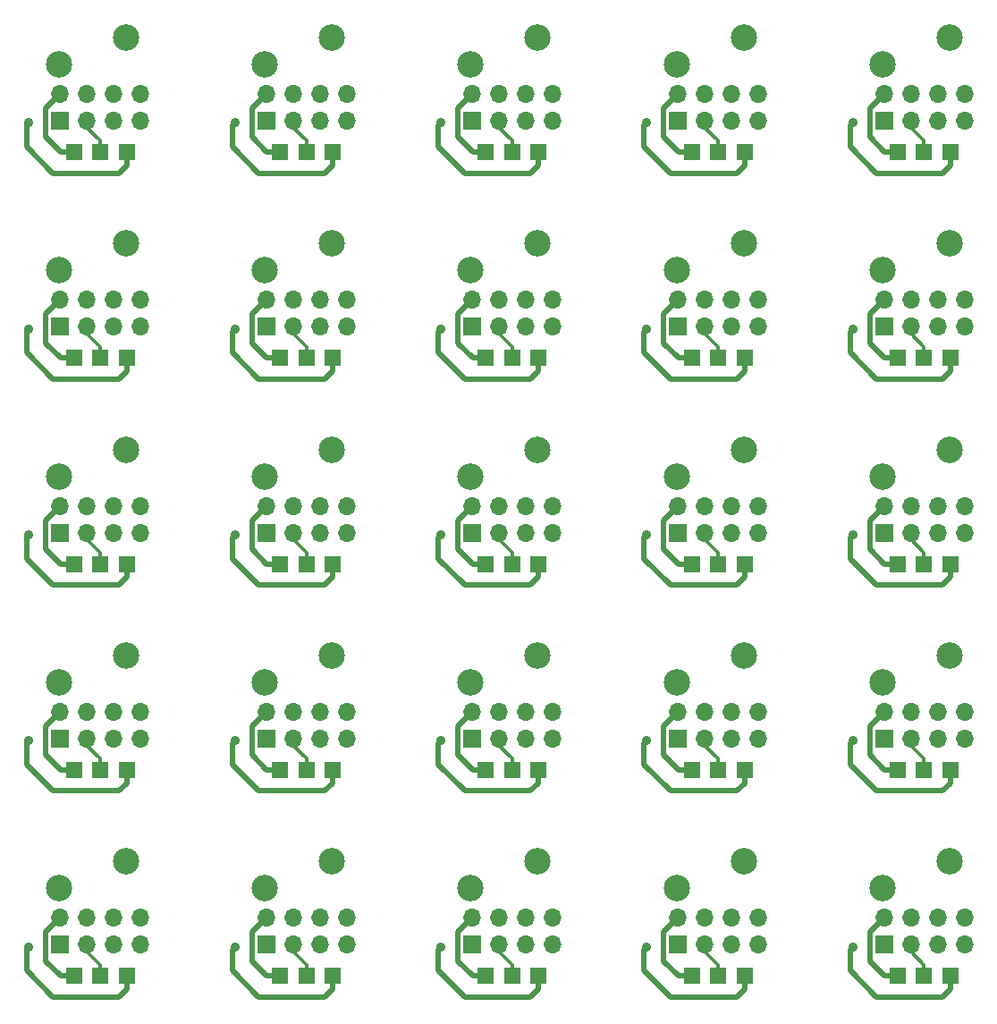
<source format=gtl>
G04 #@! TF.GenerationSoftware,KiCad,Pcbnew,8.0.0-8.0.0-1~ubuntu22.04.1*
G04 #@! TF.CreationDate,2024-03-04T18:16:00+01:00*
G04 #@! TF.ProjectId,1x1_panel,3178315f-7061-46e6-956c-2e6b69636164,rev?*
G04 #@! TF.SameCoordinates,Original*
G04 #@! TF.FileFunction,Copper,L1,Top*
G04 #@! TF.FilePolarity,Positive*
%FSLAX46Y46*%
G04 Gerber Fmt 4.6, Leading zero omitted, Abs format (unit mm)*
G04 Created by KiCad (PCBNEW 8.0.0-8.0.0-1~ubuntu22.04.1) date 2024-03-04 18:16:00*
%MOMM*%
%LPD*%
G01*
G04 APERTURE LIST*
G04 #@! TA.AperFunction,ComponentPad*
%ADD10R,1.700000X1.700000*%
G04 #@! TD*
G04 #@! TA.AperFunction,ComponentPad*
%ADD11O,1.700000X1.700000*%
G04 #@! TD*
G04 #@! TA.AperFunction,SMDPad,CuDef*
%ADD12R,1.500000X1.500000*%
G04 #@! TD*
G04 #@! TA.AperFunction,ComponentPad*
%ADD13C,2.500000*%
G04 #@! TD*
G04 #@! TA.AperFunction,ViaPad*
%ADD14C,0.900000*%
G04 #@! TD*
G04 #@! TA.AperFunction,Conductor*
%ADD15C,0.500000*%
G04 #@! TD*
G04 #@! TA.AperFunction,Conductor*
%ADD16C,0.300000*%
G04 #@! TD*
G04 APERTURE END LIST*
D10*
X23950000Y-9540000D03*
D11*
X23950000Y-7000000D03*
X26490000Y-9540000D03*
X26490000Y-7000000D03*
X29030000Y-9540000D03*
X29030000Y-7000000D03*
X31570000Y-9540000D03*
X31570000Y-7000000D03*
D12*
X25250000Y-12500000D03*
X30250000Y-12500000D03*
D13*
X23815000Y-4210000D03*
X30165000Y-1670000D03*
D12*
X27750000Y-12500000D03*
D10*
X82450000Y-87540000D03*
D11*
X82450000Y-85000000D03*
X84990000Y-87540000D03*
X84990000Y-85000000D03*
X87530000Y-87540000D03*
X87530000Y-85000000D03*
X90070000Y-87540000D03*
X90070000Y-85000000D03*
D12*
X83750000Y-90500000D03*
X88750000Y-90500000D03*
D13*
X82315000Y-82210000D03*
X88665000Y-79670000D03*
D12*
X86250000Y-90500000D03*
D10*
X62950000Y-87540000D03*
D11*
X62950000Y-85000000D03*
X65490000Y-87540000D03*
X65490000Y-85000000D03*
X68030000Y-87540000D03*
X68030000Y-85000000D03*
X70570000Y-87540000D03*
X70570000Y-85000000D03*
D12*
X66750000Y-90500000D03*
X64250000Y-90500000D03*
X69250000Y-90500000D03*
D13*
X62815000Y-82210000D03*
X69165000Y-79670000D03*
D10*
X43450000Y-87540000D03*
D11*
X43450000Y-85000000D03*
X45990000Y-87540000D03*
X45990000Y-85000000D03*
X48530000Y-87540000D03*
X48530000Y-85000000D03*
X51070000Y-87540000D03*
X51070000Y-85000000D03*
D12*
X44750000Y-90500000D03*
X49750000Y-90500000D03*
D13*
X43315000Y-82210000D03*
X49665000Y-79670000D03*
D12*
X47250000Y-90500000D03*
D10*
X23950000Y-87540000D03*
D11*
X23950000Y-85000000D03*
X26490000Y-87540000D03*
X26490000Y-85000000D03*
X29030000Y-87540000D03*
X29030000Y-85000000D03*
X31570000Y-87540000D03*
X31570000Y-85000000D03*
D12*
X25250000Y-90500000D03*
X30250000Y-90500000D03*
X27750000Y-90500000D03*
D13*
X23815000Y-82210000D03*
X30165000Y-79670000D03*
D10*
X4450000Y-87540000D03*
D11*
X4450000Y-85000000D03*
X6990000Y-87540000D03*
X6990000Y-85000000D03*
X9530000Y-87540000D03*
X9530000Y-85000000D03*
X12070000Y-87540000D03*
X12070000Y-85000000D03*
D13*
X4315000Y-82210000D03*
X10665000Y-79670000D03*
D12*
X8250000Y-90500000D03*
X5750000Y-90500000D03*
X10750000Y-90500000D03*
X86250000Y-71000000D03*
D10*
X82450000Y-68040000D03*
D11*
X82450000Y-65500000D03*
X84990000Y-68040000D03*
X84990000Y-65500000D03*
X87530000Y-68040000D03*
X87530000Y-65500000D03*
X90070000Y-68040000D03*
X90070000Y-65500000D03*
D12*
X83750000Y-71000000D03*
X88750000Y-71000000D03*
D13*
X82315000Y-62710000D03*
X88665000Y-60170000D03*
D10*
X62950000Y-68040000D03*
D11*
X62950000Y-65500000D03*
X65490000Y-68040000D03*
X65490000Y-65500000D03*
X68030000Y-68040000D03*
X68030000Y-65500000D03*
X70570000Y-68040000D03*
X70570000Y-65500000D03*
D13*
X62815000Y-62710000D03*
X69165000Y-60170000D03*
D12*
X64250000Y-71000000D03*
X69250000Y-71000000D03*
X66750000Y-71000000D03*
D10*
X43450000Y-68040000D03*
D11*
X43450000Y-65500000D03*
X45990000Y-68040000D03*
X45990000Y-65500000D03*
X48530000Y-68040000D03*
X48530000Y-65500000D03*
X51070000Y-68040000D03*
X51070000Y-65500000D03*
D12*
X47250000Y-71000000D03*
X44750000Y-71000000D03*
X49750000Y-71000000D03*
D13*
X43315000Y-62710000D03*
X49665000Y-60170000D03*
D10*
X23950000Y-68040000D03*
D11*
X23950000Y-65500000D03*
X26490000Y-68040000D03*
X26490000Y-65500000D03*
X29030000Y-68040000D03*
X29030000Y-65500000D03*
X31570000Y-68040000D03*
X31570000Y-65500000D03*
D12*
X25250000Y-71000000D03*
X30250000Y-71000000D03*
D13*
X23815000Y-62710000D03*
X30165000Y-60170000D03*
D12*
X27750000Y-71000000D03*
D10*
X4450000Y-68040000D03*
D11*
X4450000Y-65500000D03*
X6990000Y-68040000D03*
X6990000Y-65500000D03*
X9530000Y-68040000D03*
X9530000Y-65500000D03*
X12070000Y-68040000D03*
X12070000Y-65500000D03*
D12*
X5750000Y-71000000D03*
X10750000Y-71000000D03*
D13*
X4315000Y-62710000D03*
X10665000Y-60170000D03*
D12*
X8250000Y-71000000D03*
D10*
X82450000Y-48540000D03*
D11*
X82450000Y-46000000D03*
X84990000Y-48540000D03*
X84990000Y-46000000D03*
X87530000Y-48540000D03*
X87530000Y-46000000D03*
X90070000Y-48540000D03*
X90070000Y-46000000D03*
D12*
X83750000Y-51500000D03*
D13*
X82315000Y-43210000D03*
X88665000Y-40670000D03*
D12*
X88750000Y-51500000D03*
X86250000Y-51500000D03*
D10*
X62950000Y-48540000D03*
D11*
X62950000Y-46000000D03*
X65490000Y-48540000D03*
X65490000Y-46000000D03*
X68030000Y-48540000D03*
X68030000Y-46000000D03*
X70570000Y-48540000D03*
X70570000Y-46000000D03*
D12*
X66750000Y-51500000D03*
D13*
X62815000Y-43210000D03*
X69165000Y-40670000D03*
D12*
X64250000Y-51500000D03*
X69250000Y-51500000D03*
D10*
X43450000Y-48540000D03*
D11*
X43450000Y-46000000D03*
X45990000Y-48540000D03*
X45990000Y-46000000D03*
X48530000Y-48540000D03*
X48530000Y-46000000D03*
X51070000Y-48540000D03*
X51070000Y-46000000D03*
D12*
X49750000Y-51500000D03*
X44750000Y-51500000D03*
D13*
X43315000Y-43210000D03*
X49665000Y-40670000D03*
D12*
X47250000Y-51500000D03*
D10*
X23950000Y-48540000D03*
D11*
X23950000Y-46000000D03*
X26490000Y-48540000D03*
X26490000Y-46000000D03*
X29030000Y-48540000D03*
X29030000Y-46000000D03*
X31570000Y-48540000D03*
X31570000Y-46000000D03*
D12*
X25250000Y-51500000D03*
X30250000Y-51500000D03*
D13*
X23815000Y-43210000D03*
X30165000Y-40670000D03*
D12*
X27750000Y-51500000D03*
D10*
X4450000Y-48540000D03*
D11*
X4450000Y-46000000D03*
X6990000Y-48540000D03*
X6990000Y-46000000D03*
X9530000Y-48540000D03*
X9530000Y-46000000D03*
X12070000Y-48540000D03*
X12070000Y-46000000D03*
D12*
X5750000Y-51500000D03*
X10750000Y-51500000D03*
D13*
X4315000Y-43210000D03*
X10665000Y-40670000D03*
D12*
X8250000Y-51500000D03*
D10*
X82450000Y-29040000D03*
D11*
X82450000Y-26500000D03*
X84990000Y-29040000D03*
X84990000Y-26500000D03*
X87530000Y-29040000D03*
X87530000Y-26500000D03*
X90070000Y-29040000D03*
X90070000Y-26500000D03*
D12*
X88750000Y-32000000D03*
X83750000Y-32000000D03*
X86250000Y-32000000D03*
D13*
X82315000Y-23710000D03*
X88665000Y-21170000D03*
D12*
X69250000Y-32000000D03*
D10*
X62950000Y-29040000D03*
D11*
X62950000Y-26500000D03*
X65490000Y-29040000D03*
X65490000Y-26500000D03*
X68030000Y-29040000D03*
X68030000Y-26500000D03*
X70570000Y-29040000D03*
X70570000Y-26500000D03*
D12*
X64250000Y-32000000D03*
D13*
X62815000Y-23710000D03*
X69165000Y-21170000D03*
D12*
X66750000Y-32000000D03*
D10*
X43450000Y-29040000D03*
D11*
X43450000Y-26500000D03*
X45990000Y-29040000D03*
X45990000Y-26500000D03*
X48530000Y-29040000D03*
X48530000Y-26500000D03*
X51070000Y-29040000D03*
X51070000Y-26500000D03*
D13*
X43315000Y-23710000D03*
X49665000Y-21170000D03*
D12*
X44750000Y-32000000D03*
X49750000Y-32000000D03*
X47250000Y-32000000D03*
D10*
X23950000Y-29040000D03*
D11*
X23950000Y-26500000D03*
X26490000Y-29040000D03*
X26490000Y-26500000D03*
X29030000Y-29040000D03*
X29030000Y-26500000D03*
X31570000Y-29040000D03*
X31570000Y-26500000D03*
D12*
X25250000Y-32000000D03*
X30250000Y-32000000D03*
D13*
X23815000Y-23710000D03*
X30165000Y-21170000D03*
D12*
X27750000Y-32000000D03*
D10*
X4450000Y-29040000D03*
D11*
X4450000Y-26500000D03*
X6990000Y-29040000D03*
X6990000Y-26500000D03*
X9530000Y-29040000D03*
X9530000Y-26500000D03*
X12070000Y-29040000D03*
X12070000Y-26500000D03*
D12*
X8250000Y-32000000D03*
X5750000Y-32000000D03*
X10750000Y-32000000D03*
D13*
X4315000Y-23710000D03*
X10665000Y-21170000D03*
D10*
X82450000Y-9540000D03*
D11*
X82450000Y-7000000D03*
X84990000Y-9540000D03*
X84990000Y-7000000D03*
X87530000Y-9540000D03*
X87530000Y-7000000D03*
X90070000Y-9540000D03*
X90070000Y-7000000D03*
D12*
X83750000Y-12500000D03*
X88750000Y-12500000D03*
D13*
X82315000Y-4210000D03*
X88665000Y-1670000D03*
D12*
X86250000Y-12500000D03*
D10*
X62950000Y-9540000D03*
D11*
X62950000Y-7000000D03*
X65490000Y-9540000D03*
X65490000Y-7000000D03*
X68030000Y-9540000D03*
X68030000Y-7000000D03*
X70570000Y-9540000D03*
X70570000Y-7000000D03*
D13*
X62815000Y-4210000D03*
X69165000Y-1670000D03*
D12*
X64250000Y-12500000D03*
X69250000Y-12500000D03*
X66750000Y-12500000D03*
D10*
X43450000Y-9540000D03*
D11*
X43450000Y-7000000D03*
X45990000Y-9540000D03*
X45990000Y-7000000D03*
X48530000Y-9540000D03*
X48530000Y-7000000D03*
X51070000Y-9540000D03*
X51070000Y-7000000D03*
D12*
X49750000Y-12500000D03*
X44750000Y-12500000D03*
D13*
X43315000Y-4210000D03*
X49665000Y-1670000D03*
D12*
X47250000Y-12500000D03*
X10750000Y-12500000D03*
X5750000Y-12500000D03*
X8250000Y-12500000D03*
D13*
X4315000Y-4210000D03*
X10665000Y-1670000D03*
D10*
X4450000Y-9540000D03*
D11*
X4450000Y-7000000D03*
X6990000Y-9540000D03*
X6990000Y-7000000D03*
X9530000Y-9540000D03*
X9530000Y-7000000D03*
X12070000Y-9540000D03*
X12070000Y-7000000D03*
D14*
X21000000Y-9750000D03*
X79500000Y-87750000D03*
X60000000Y-87750000D03*
X40500000Y-87750000D03*
X21000000Y-87750000D03*
X1500000Y-87750000D03*
X79500000Y-68250000D03*
X60000000Y-68250000D03*
X40500000Y-68250000D03*
X21000000Y-68250000D03*
X1500000Y-68250000D03*
X79500000Y-48750000D03*
X60000000Y-48750000D03*
X40500000Y-48750000D03*
X21000000Y-48750000D03*
X1500000Y-48750000D03*
X79500000Y-29250000D03*
X60000000Y-29250000D03*
X40500000Y-29250000D03*
X21000000Y-29250000D03*
X1500000Y-29250000D03*
X79500000Y-9750000D03*
X60000000Y-9750000D03*
X40500000Y-9750000D03*
X1500000Y-9750000D03*
D15*
X30250000Y-13750000D02*
X29500000Y-14500000D01*
X20750000Y-12000000D02*
X20750000Y-10000000D01*
X29500000Y-14500000D02*
X23250000Y-14500000D01*
D16*
X26490000Y-10190000D02*
X26490000Y-9540000D01*
D15*
X25250000Y-12500000D02*
X24000000Y-12500000D01*
X23250000Y-14500000D02*
X20750000Y-12000000D01*
X30250000Y-12500000D02*
X30250000Y-13750000D01*
X20750000Y-10000000D02*
X21000000Y-9750000D01*
D16*
X27750000Y-12500000D02*
X27750000Y-11450000D01*
X27750000Y-11450000D02*
X26490000Y-10190000D01*
D15*
X22590000Y-8360000D02*
X23950000Y-7000000D01*
X24000000Y-12500000D02*
X22590000Y-11090000D01*
X22590000Y-11090000D02*
X22590000Y-8360000D01*
X88750000Y-91750000D02*
X88000000Y-92500000D01*
X88000000Y-92500000D02*
X81750000Y-92500000D01*
X79250000Y-90000000D02*
X79250000Y-88000000D01*
X83750000Y-90500000D02*
X82500000Y-90500000D01*
X81750000Y-92500000D02*
X79250000Y-90000000D01*
X88750000Y-90500000D02*
X88750000Y-91750000D01*
X79250000Y-88000000D02*
X79500000Y-87750000D01*
D16*
X86250000Y-90500000D02*
X86250000Y-89450000D01*
D15*
X81090000Y-86360000D02*
X82450000Y-85000000D01*
D16*
X86250000Y-89450000D02*
X84990000Y-88190000D01*
D15*
X82500000Y-90500000D02*
X81090000Y-89090000D01*
X81090000Y-89090000D02*
X81090000Y-86360000D01*
D16*
X84990000Y-88190000D02*
X84990000Y-87540000D01*
D15*
X69250000Y-91750000D02*
X68500000Y-92500000D01*
X59750000Y-90000000D02*
X59750000Y-88000000D01*
X64250000Y-90500000D02*
X63000000Y-90500000D01*
X62250000Y-92500000D02*
X59750000Y-90000000D01*
D16*
X66750000Y-89450000D02*
X65490000Y-88190000D01*
X65490000Y-88190000D02*
X65490000Y-87540000D01*
D15*
X69250000Y-90500000D02*
X69250000Y-91750000D01*
X59750000Y-88000000D02*
X60000000Y-87750000D01*
D16*
X66750000Y-90500000D02*
X66750000Y-89450000D01*
D15*
X63000000Y-90500000D02*
X61590000Y-89090000D01*
X61590000Y-89090000D02*
X61590000Y-86360000D01*
X68500000Y-92500000D02*
X62250000Y-92500000D01*
X61590000Y-86360000D02*
X62950000Y-85000000D01*
X49750000Y-91750000D02*
X49000000Y-92500000D01*
X40250000Y-90000000D02*
X40250000Y-88000000D01*
X44750000Y-90500000D02*
X43500000Y-90500000D01*
X42750000Y-92500000D02*
X40250000Y-90000000D01*
D16*
X47250000Y-90500000D02*
X47250000Y-89450000D01*
D15*
X49750000Y-90500000D02*
X49750000Y-91750000D01*
X40250000Y-88000000D02*
X40500000Y-87750000D01*
D16*
X47250000Y-89450000D02*
X45990000Y-88190000D01*
D15*
X42090000Y-86360000D02*
X43450000Y-85000000D01*
X43500000Y-90500000D02*
X42090000Y-89090000D01*
X42090000Y-89090000D02*
X42090000Y-86360000D01*
X49000000Y-92500000D02*
X42750000Y-92500000D01*
D16*
X45990000Y-88190000D02*
X45990000Y-87540000D01*
D15*
X30250000Y-91750000D02*
X29500000Y-92500000D01*
X23250000Y-92500000D02*
X20750000Y-90000000D01*
X30250000Y-90500000D02*
X30250000Y-91750000D01*
X20750000Y-90000000D02*
X20750000Y-88000000D01*
X25250000Y-90500000D02*
X24000000Y-90500000D01*
X20750000Y-88000000D02*
X21000000Y-87750000D01*
D16*
X27750000Y-90500000D02*
X27750000Y-89450000D01*
X27750000Y-89450000D02*
X26490000Y-88190000D01*
D15*
X24000000Y-90500000D02*
X22590000Y-89090000D01*
X22590000Y-89090000D02*
X22590000Y-86360000D01*
X29500000Y-92500000D02*
X23250000Y-92500000D01*
X22590000Y-86360000D02*
X23950000Y-85000000D01*
D16*
X26490000Y-88190000D02*
X26490000Y-87540000D01*
D15*
X10750000Y-91750000D02*
X10000000Y-92500000D01*
X1250000Y-90000000D02*
X1250000Y-88000000D01*
X5750000Y-90500000D02*
X4500000Y-90500000D01*
X3750000Y-92500000D02*
X1250000Y-90000000D01*
X10000000Y-92500000D02*
X3750000Y-92500000D01*
X10750000Y-90500000D02*
X10750000Y-91750000D01*
X1250000Y-88000000D02*
X1500000Y-87750000D01*
X3090000Y-86360000D02*
X4450000Y-85000000D01*
D16*
X8250000Y-90500000D02*
X8250000Y-89450000D01*
X8250000Y-89450000D02*
X6990000Y-88190000D01*
D15*
X4500000Y-90500000D02*
X3090000Y-89090000D01*
X3090000Y-89090000D02*
X3090000Y-86360000D01*
D16*
X6990000Y-88190000D02*
X6990000Y-87540000D01*
D15*
X88750000Y-72250000D02*
X88000000Y-73000000D01*
X81750000Y-73000000D02*
X79250000Y-70500000D01*
X79250000Y-70500000D02*
X79250000Y-68500000D01*
X88750000Y-71000000D02*
X88750000Y-72250000D01*
X83750000Y-71000000D02*
X82500000Y-71000000D01*
X81090000Y-66860000D02*
X82450000Y-65500000D01*
X79250000Y-68500000D02*
X79500000Y-68250000D01*
D16*
X86250000Y-69950000D02*
X84990000Y-68690000D01*
X86250000Y-71000000D02*
X86250000Y-69950000D01*
D15*
X82500000Y-71000000D02*
X81090000Y-69590000D01*
X81090000Y-69590000D02*
X81090000Y-66860000D01*
X88000000Y-73000000D02*
X81750000Y-73000000D01*
D16*
X84990000Y-68690000D02*
X84990000Y-68040000D01*
D15*
X69250000Y-72250000D02*
X68500000Y-73000000D01*
X59750000Y-70500000D02*
X59750000Y-68500000D01*
X64250000Y-71000000D02*
X63000000Y-71000000D01*
X62250000Y-73000000D02*
X59750000Y-70500000D01*
X61590000Y-66860000D02*
X62950000Y-65500000D01*
X69250000Y-71000000D02*
X69250000Y-72250000D01*
X59750000Y-68500000D02*
X60000000Y-68250000D01*
D16*
X66750000Y-71000000D02*
X66750000Y-69950000D01*
D15*
X68500000Y-73000000D02*
X62250000Y-73000000D01*
D16*
X66750000Y-69950000D02*
X65490000Y-68690000D01*
D15*
X63000000Y-71000000D02*
X61590000Y-69590000D01*
X61590000Y-69590000D02*
X61590000Y-66860000D01*
D16*
X65490000Y-68690000D02*
X65490000Y-68040000D01*
D15*
X49750000Y-72250000D02*
X49000000Y-73000000D01*
X40250000Y-70500000D02*
X40250000Y-68500000D01*
X42750000Y-73000000D02*
X40250000Y-70500000D01*
X44750000Y-71000000D02*
X43500000Y-71000000D01*
X40250000Y-68500000D02*
X40500000Y-68250000D01*
X49000000Y-73000000D02*
X42750000Y-73000000D01*
X49750000Y-71000000D02*
X49750000Y-72250000D01*
D16*
X47250000Y-71000000D02*
X47250000Y-69950000D01*
X47250000Y-69950000D02*
X45990000Y-68690000D01*
D15*
X43500000Y-71000000D02*
X42090000Y-69590000D01*
X42090000Y-69590000D02*
X42090000Y-66860000D01*
X42090000Y-66860000D02*
X43450000Y-65500000D01*
D16*
X45990000Y-68690000D02*
X45990000Y-68040000D01*
D15*
X30250000Y-72250000D02*
X29500000Y-73000000D01*
D16*
X27750000Y-71000000D02*
X27750000Y-69950000D01*
D15*
X20750000Y-70500000D02*
X20750000Y-68500000D01*
X25250000Y-71000000D02*
X24000000Y-71000000D01*
X23250000Y-73000000D02*
X20750000Y-70500000D01*
X30250000Y-71000000D02*
X30250000Y-72250000D01*
X20750000Y-68500000D02*
X21000000Y-68250000D01*
D16*
X27750000Y-69950000D02*
X26490000Y-68690000D01*
D15*
X24000000Y-71000000D02*
X22590000Y-69590000D01*
X22590000Y-69590000D02*
X22590000Y-66860000D01*
X29500000Y-73000000D02*
X23250000Y-73000000D01*
X22590000Y-66860000D02*
X23950000Y-65500000D01*
D16*
X26490000Y-68690000D02*
X26490000Y-68040000D01*
D15*
X10750000Y-72250000D02*
X10000000Y-73000000D01*
X1250000Y-70500000D02*
X1250000Y-68500000D01*
X5750000Y-71000000D02*
X4500000Y-71000000D01*
X3750000Y-73000000D02*
X1250000Y-70500000D01*
D16*
X8250000Y-71000000D02*
X8250000Y-69950000D01*
D15*
X10750000Y-71000000D02*
X10750000Y-72250000D01*
X1250000Y-68500000D02*
X1500000Y-68250000D01*
D16*
X8250000Y-69950000D02*
X6990000Y-68690000D01*
D15*
X4500000Y-71000000D02*
X3090000Y-69590000D01*
X3090000Y-69590000D02*
X3090000Y-66860000D01*
X10000000Y-73000000D02*
X3750000Y-73000000D01*
X3090000Y-66860000D02*
X4450000Y-65500000D01*
D16*
X6990000Y-68690000D02*
X6990000Y-68040000D01*
D15*
X88750000Y-52750000D02*
X88000000Y-53500000D01*
X79250000Y-51000000D02*
X79250000Y-49000000D01*
X83750000Y-51500000D02*
X82500000Y-51500000D01*
D16*
X86250000Y-50450000D02*
X84990000Y-49190000D01*
D15*
X81750000Y-53500000D02*
X79250000Y-51000000D01*
X88750000Y-51500000D02*
X88750000Y-52750000D01*
X79250000Y-49000000D02*
X79500000Y-48750000D01*
D16*
X86250000Y-51500000D02*
X86250000Y-50450000D01*
D15*
X82500000Y-51500000D02*
X81090000Y-50090000D01*
X81090000Y-50090000D02*
X81090000Y-47360000D01*
X88000000Y-53500000D02*
X81750000Y-53500000D01*
X81090000Y-47360000D02*
X82450000Y-46000000D01*
D16*
X84990000Y-49190000D02*
X84990000Y-48540000D01*
D15*
X69250000Y-52750000D02*
X68500000Y-53500000D01*
X59750000Y-51000000D02*
X59750000Y-49000000D01*
X64250000Y-51500000D02*
X63000000Y-51500000D01*
X62250000Y-53500000D02*
X59750000Y-51000000D01*
X69250000Y-51500000D02*
X69250000Y-52750000D01*
X59750000Y-49000000D02*
X60000000Y-48750000D01*
D16*
X66750000Y-51500000D02*
X66750000Y-50450000D01*
X66750000Y-50450000D02*
X65490000Y-49190000D01*
D15*
X63000000Y-51500000D02*
X61590000Y-50090000D01*
X61590000Y-50090000D02*
X61590000Y-47360000D01*
X68500000Y-53500000D02*
X62250000Y-53500000D01*
X61590000Y-47360000D02*
X62950000Y-46000000D01*
D16*
X65490000Y-49190000D02*
X65490000Y-48540000D01*
D15*
X49750000Y-52750000D02*
X49000000Y-53500000D01*
X40250000Y-51000000D02*
X40250000Y-49000000D01*
X44750000Y-51500000D02*
X43500000Y-51500000D01*
X42750000Y-53500000D02*
X40250000Y-51000000D01*
X42090000Y-47360000D02*
X43450000Y-46000000D01*
X49750000Y-51500000D02*
X49750000Y-52750000D01*
X40250000Y-49000000D02*
X40500000Y-48750000D01*
D16*
X47250000Y-51500000D02*
X47250000Y-50450000D01*
X45990000Y-49190000D02*
X45990000Y-48540000D01*
D15*
X42090000Y-50090000D02*
X42090000Y-47360000D01*
D16*
X47250000Y-50450000D02*
X45990000Y-49190000D01*
D15*
X43500000Y-51500000D02*
X42090000Y-50090000D01*
X49000000Y-53500000D02*
X42750000Y-53500000D01*
X30250000Y-52750000D02*
X29500000Y-53500000D01*
X20750000Y-51000000D02*
X20750000Y-49000000D01*
X25250000Y-51500000D02*
X24000000Y-51500000D01*
X23250000Y-53500000D02*
X20750000Y-51000000D01*
X30250000Y-51500000D02*
X30250000Y-52750000D01*
X29500000Y-53500000D02*
X23250000Y-53500000D01*
X20750000Y-49000000D02*
X21000000Y-48750000D01*
D16*
X27750000Y-51500000D02*
X27750000Y-50450000D01*
X26490000Y-49190000D02*
X26490000Y-48540000D01*
X27750000Y-50450000D02*
X26490000Y-49190000D01*
D15*
X22590000Y-50090000D02*
X22590000Y-47360000D01*
X24000000Y-51500000D02*
X22590000Y-50090000D01*
X22590000Y-47360000D02*
X23950000Y-46000000D01*
X10750000Y-52750000D02*
X10000000Y-53500000D01*
X1250000Y-51000000D02*
X1250000Y-49000000D01*
X5750000Y-51500000D02*
X4500000Y-51500000D01*
X3750000Y-53500000D02*
X1250000Y-51000000D01*
X10750000Y-51500000D02*
X10750000Y-52750000D01*
X1250000Y-49000000D02*
X1500000Y-48750000D01*
D16*
X8250000Y-51500000D02*
X8250000Y-50450000D01*
X8250000Y-50450000D02*
X6990000Y-49190000D01*
D15*
X4500000Y-51500000D02*
X3090000Y-50090000D01*
X3090000Y-50090000D02*
X3090000Y-47360000D01*
X10000000Y-53500000D02*
X3750000Y-53500000D01*
X3090000Y-47360000D02*
X4450000Y-46000000D01*
D16*
X6990000Y-49190000D02*
X6990000Y-48540000D01*
D15*
X88750000Y-33250000D02*
X88000000Y-34000000D01*
X81090000Y-27860000D02*
X82450000Y-26500000D01*
X79250000Y-31500000D02*
X79250000Y-29500000D01*
X83750000Y-32000000D02*
X82500000Y-32000000D01*
X82500000Y-32000000D02*
X81090000Y-30590000D01*
D16*
X84990000Y-29690000D02*
X84990000Y-29040000D01*
D15*
X81750000Y-34000000D02*
X79250000Y-31500000D01*
D16*
X86250000Y-30950000D02*
X84990000Y-29690000D01*
D15*
X79250000Y-29500000D02*
X79500000Y-29250000D01*
X88750000Y-32000000D02*
X88750000Y-33250000D01*
D16*
X86250000Y-32000000D02*
X86250000Y-30950000D01*
D15*
X81090000Y-30590000D02*
X81090000Y-27860000D01*
X88000000Y-34000000D02*
X81750000Y-34000000D01*
X69250000Y-33250000D02*
X68500000Y-34000000D01*
X59750000Y-31500000D02*
X59750000Y-29500000D01*
X64250000Y-32000000D02*
X63000000Y-32000000D01*
X62250000Y-34000000D02*
X59750000Y-31500000D01*
X69250000Y-32000000D02*
X69250000Y-33250000D01*
X59750000Y-29500000D02*
X60000000Y-29250000D01*
D16*
X66750000Y-32000000D02*
X66750000Y-30950000D01*
X66750000Y-30950000D02*
X65490000Y-29690000D01*
D15*
X63000000Y-32000000D02*
X61590000Y-30590000D01*
X68500000Y-34000000D02*
X62250000Y-34000000D01*
X61590000Y-30590000D02*
X61590000Y-27860000D01*
X61590000Y-27860000D02*
X62950000Y-26500000D01*
D16*
X65490000Y-29690000D02*
X65490000Y-29040000D01*
D15*
X49750000Y-33250000D02*
X49000000Y-34000000D01*
X40250000Y-31500000D02*
X40250000Y-29500000D01*
X44750000Y-32000000D02*
X43500000Y-32000000D01*
X42750000Y-34000000D02*
X40250000Y-31500000D01*
X42090000Y-30590000D02*
X42090000Y-27860000D01*
X49750000Y-32000000D02*
X49750000Y-33250000D01*
X40250000Y-29500000D02*
X40500000Y-29250000D01*
D16*
X47250000Y-32000000D02*
X47250000Y-30950000D01*
X47250000Y-30950000D02*
X45990000Y-29690000D01*
D15*
X49000000Y-34000000D02*
X42750000Y-34000000D01*
X43500000Y-32000000D02*
X42090000Y-30590000D01*
D16*
X45990000Y-29690000D02*
X45990000Y-29040000D01*
D15*
X42090000Y-27860000D02*
X43450000Y-26500000D01*
X30250000Y-33250000D02*
X29500000Y-34000000D01*
X20750000Y-31500000D02*
X20750000Y-29500000D01*
X25250000Y-32000000D02*
X24000000Y-32000000D01*
X23250000Y-34000000D02*
X20750000Y-31500000D01*
X24000000Y-32000000D02*
X22590000Y-30590000D01*
X30250000Y-32000000D02*
X30250000Y-33250000D01*
X20750000Y-29500000D02*
X21000000Y-29250000D01*
D16*
X27750000Y-32000000D02*
X27750000Y-30950000D01*
X27750000Y-30950000D02*
X26490000Y-29690000D01*
D15*
X22590000Y-27860000D02*
X23950000Y-26500000D01*
X22590000Y-30590000D02*
X22590000Y-27860000D01*
X29500000Y-34000000D02*
X23250000Y-34000000D01*
D16*
X26490000Y-29690000D02*
X26490000Y-29040000D01*
D15*
X10750000Y-33250000D02*
X10000000Y-34000000D01*
X1250000Y-31500000D02*
X1250000Y-29500000D01*
X5750000Y-32000000D02*
X4500000Y-32000000D01*
D16*
X6990000Y-29690000D02*
X6990000Y-29040000D01*
D15*
X3750000Y-34000000D02*
X1250000Y-31500000D01*
X10750000Y-32000000D02*
X10750000Y-33250000D01*
D16*
X8250000Y-30950000D02*
X6990000Y-29690000D01*
D15*
X1250000Y-29500000D02*
X1500000Y-29250000D01*
D16*
X8250000Y-32000000D02*
X8250000Y-30950000D01*
D15*
X4500000Y-32000000D02*
X3090000Y-30590000D01*
X3090000Y-30590000D02*
X3090000Y-27860000D01*
X10000000Y-34000000D02*
X3750000Y-34000000D01*
X3090000Y-27860000D02*
X4450000Y-26500000D01*
X88750000Y-13750000D02*
X88000000Y-14500000D01*
X79250000Y-12000000D02*
X79250000Y-10000000D01*
X83750000Y-12500000D02*
X82500000Y-12500000D01*
X81750000Y-14500000D02*
X79250000Y-12000000D01*
X79250000Y-10000000D02*
X79500000Y-9750000D01*
X88750000Y-12500000D02*
X88750000Y-13750000D01*
D16*
X84990000Y-10190000D02*
X84990000Y-9540000D01*
X86250000Y-12500000D02*
X86250000Y-11450000D01*
X86250000Y-11450000D02*
X84990000Y-10190000D01*
D15*
X81090000Y-8360000D02*
X82450000Y-7000000D01*
X82500000Y-12500000D02*
X81090000Y-11090000D01*
X81090000Y-11090000D02*
X81090000Y-8360000D01*
X88000000Y-14500000D02*
X81750000Y-14500000D01*
X69250000Y-13750000D02*
X68500000Y-14500000D01*
X59750000Y-12000000D02*
X59750000Y-10000000D01*
X64250000Y-12500000D02*
X63000000Y-12500000D01*
X62250000Y-14500000D02*
X59750000Y-12000000D01*
X68500000Y-14500000D02*
X62250000Y-14500000D01*
X69250000Y-12500000D02*
X69250000Y-13750000D01*
X59750000Y-10000000D02*
X60000000Y-9750000D01*
D16*
X66750000Y-12500000D02*
X66750000Y-11450000D01*
X66750000Y-11450000D02*
X65490000Y-10190000D01*
D15*
X63000000Y-12500000D02*
X61590000Y-11090000D01*
X61590000Y-8360000D02*
X62950000Y-7000000D01*
X61590000Y-11090000D02*
X61590000Y-8360000D01*
D16*
X65490000Y-10190000D02*
X65490000Y-9540000D01*
D15*
X49750000Y-13750000D02*
X49000000Y-14500000D01*
X40250000Y-12000000D02*
X40250000Y-10000000D01*
X44750000Y-12500000D02*
X43500000Y-12500000D01*
X42750000Y-14500000D02*
X40250000Y-12000000D01*
X49000000Y-14500000D02*
X42750000Y-14500000D01*
X49750000Y-12500000D02*
X49750000Y-13750000D01*
X40250000Y-10000000D02*
X40500000Y-9750000D01*
D16*
X47250000Y-12500000D02*
X47250000Y-11450000D01*
X47250000Y-11450000D02*
X45990000Y-10190000D01*
D15*
X43500000Y-12500000D02*
X42090000Y-11090000D01*
X42090000Y-11090000D02*
X42090000Y-8360000D01*
X42090000Y-8360000D02*
X43450000Y-7000000D01*
D16*
X45990000Y-10190000D02*
X45990000Y-9540000D01*
X8250000Y-11450000D02*
X6990000Y-10190000D01*
X6990000Y-10190000D02*
X6990000Y-9540000D01*
X8250000Y-12500000D02*
X8250000Y-11450000D01*
D15*
X10000000Y-14500000D02*
X3750000Y-14500000D01*
X10750000Y-12500000D02*
X10750000Y-13750000D01*
X10750000Y-13750000D02*
X10000000Y-14500000D01*
X1250000Y-10000000D02*
X1500000Y-9750000D01*
X3750000Y-14500000D02*
X1250000Y-12000000D01*
X1250000Y-12000000D02*
X1250000Y-10000000D01*
X5750000Y-12500000D02*
X4500000Y-12500000D01*
X3090000Y-11090000D02*
X3090000Y-8360000D01*
X4500000Y-12500000D02*
X3090000Y-11090000D01*
X3090000Y-8360000D02*
X4450000Y-7000000D01*
M02*

</source>
